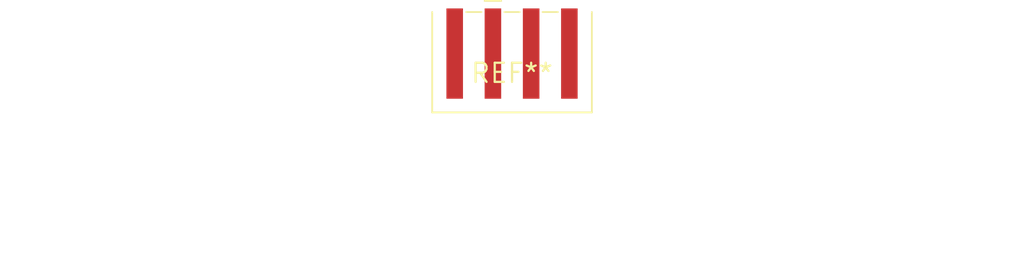
<source format=kicad_pcb>
(kicad_pcb (version 20240108) (generator pcbnew)
  (layers (0 "F.Cu" signal) (31 "B.Cu" signal) (34 "B.Paste" user) (35 "F.Paste" user) (36 "B.SilkS" user "B.Silkscreen") (37 "F.SilkS" user "F.Silkscreen") (38 "B.Mask" user) (39 "F.Mask" user) (44 "Edge.Cuts" user))
  (net 0 "")
  (footprint "Harting_har-flexicon_14110213010xxx_1x02-MP_P2.54mm_Horizontal" (layer "F.Cu") (at 0 0)
    (property "Reference" "REF**")
    (property "Value" "Harting_har-flexicon_14110213010xxx_1x02-MP_P2.54mm_Horizontal")
    (fp_line (start -5.305 -4.06) (end -5.305 2.61) (layer "F.SilkS") (stroke (width 0.12)))
    (fp_line (start -3.048 -4.06) (end -2.032 -4.06) (layer "F.SilkS") (stroke (width 0.12)))
    (fp_line (start -1.82 -4.8) (end -0.72 -4.8) (layer "F.SilkS") (stroke (width 0.12)))
    (fp_line (start -0.508 -4.06) (end 0.508 -4.06) (layer "F.SilkS") (stroke (width 0.12)))
    (fp_line (start 2.032 -4.06) (end 3.048 -4.06) (layer "F.SilkS") (stroke (width 0.12)))
    (fp_line (start 5.305 -4.06) (end 5.305 2.61) (layer "F.SilkS") (stroke (width 0.12)))
    (fp_line (start 5.305 2.61) (end -5.305 2.61) (layer "F.SilkS") (stroke (width 0.12)))
    (pad "1" smd rect (at -1.27 -1.3) (size 1.1 6) (layers "F.Cu" "F.Paste" "F.Mask"))
    (pad "2" smd rect (at 1.27 -1.3) (size 1.1 6) (layers "F.Cu" "F.Paste" "F.Mask"))
    (pad "MP" smd rect (at -3.81 -1.3) (size 1.1 6) (layers "F.Cu" "F.Paste" "F.Mask"))
    (pad "MP" smd rect (at 3.81 -1.3) (size 1.1 6) (layers "F.Cu" "F.Paste" "F.Mask"))
  )
)
</source>
